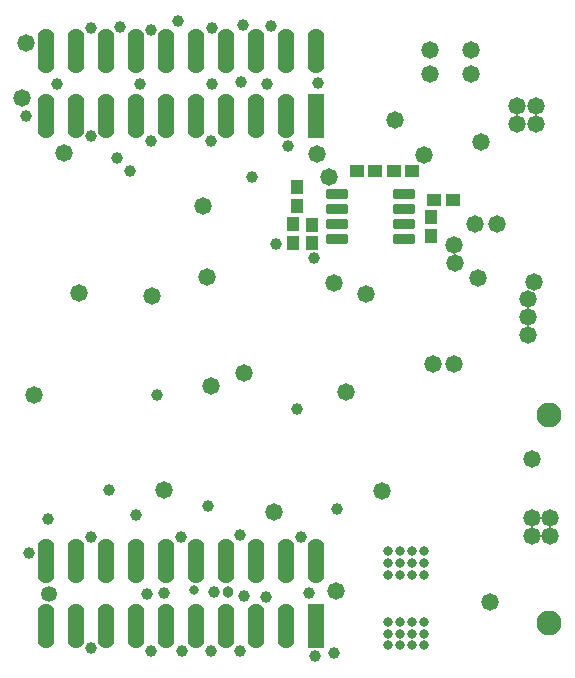
<source format=gbs>
%FSTAX23Y23*%
%MOIN*%
%SFA1B1*%

%IPPOS*%
%AMD73*
4,1,8,0.036500,-0.010900,0.036500,0.010900,0.030600,0.016800,-0.030600,0.016800,-0.036500,0.010900,-0.036500,-0.010900,-0.030600,-0.016800,0.030600,-0.016800,0.036500,-0.010900,0.0*
1,1,0.011843,0.030600,-0.010900*
1,1,0.011843,0.030600,0.010900*
1,1,0.011843,-0.030600,0.010900*
1,1,0.011843,-0.030600,-0.010900*
%
%ADD49R,0.039496X0.045992*%
%ADD51C,0.082803*%
%ADD52C,0.031496*%
%ADD53C,0.039496*%
%ADD54C,0.058000*%
%ADD55C,0.033000*%
%ADD56C,0.038000*%
%ADD57C,0.053000*%
G04~CAMADD=73~8~0.0~0.0~335.9~729.6~59.2~0.0~15~0.0~0.0~0.0~0.0~0~0.0~0.0~0.0~0.0~0~0.0~0.0~0.0~270.0~730.0~336.0*
%ADD73D73*%
%ADD74O,0.055244X0.149732*%
%ADD75R,0.055244X0.149732*%
%ADD76R,0.045992X0.039496*%
%LNmain-1*%
%LPD*%
G54D49*
X01824Y02439D03*
Y02376D03*
X02284Y02463D03*
Y02401D03*
X01835Y02562D03*
Y025D03*
X01887Y02438D03*
Y02376D03*
G54D51*
X02677Y0111D03*
Y01803D03*
G54D52*
X0226Y01271D03*
Y0131D03*
Y0135D03*
Y01114D03*
Y01074D03*
Y01035D03*
X0218Y01114D03*
X02221D03*
X0218Y01074D03*
X02221D03*
X0214Y01114D03*
Y01074D03*
Y01035D03*
X02221D03*
X0218D03*
Y01271D03*
X02221D03*
X0214D03*
Y0131D03*
Y0135D03*
X02221Y0131D03*
X0218D03*
X02221Y0135D03*
X0218D03*
G54D53*
X01149Y02733D03*
X01552Y03093D03*
X01349Y03088D03*
X01314Y02905D03*
X01851Y01397D03*
X00944Y01344D03*
X0155Y02717D03*
X01905Y0291D03*
X0144Y03115D03*
X01767Y02372D03*
X00934Y02799D03*
X01393Y01211D03*
X01658Y01201D03*
X01559Y01213D03*
X01645Y01016D03*
X01549Y01017D03*
X01453Y01016D03*
X01733Y01198D03*
X01646Y01402D03*
X01149Y01026D03*
X01648Y02914D03*
X013Y0147D03*
X0197Y0149D03*
X01835Y01824D03*
X01687Y02597D03*
X01892Y02326D03*
X01875Y0121D03*
X01351Y01016D03*
X0128Y02618D03*
X01236Y0266D03*
X01371Y0187D03*
X01538Y015D03*
X01005Y01455D03*
X0196Y0101D03*
X01895Y01D03*
X01035Y02905D03*
X01349Y02717D03*
X01554Y02908D03*
X01335Y01205D03*
X0145Y01397D03*
X01247Y03096D03*
X01749Y031D03*
X01655Y03104D03*
X01735Y02905D03*
X01805Y027D03*
X01148Y03094D03*
X01148Y01395D03*
X0121Y01552D03*
G54D54*
X01659Y01942D03*
X01942Y02597D03*
X02417Y03019D03*
X0228Y0302D03*
X02417Y0294D03*
X02279D03*
X0176Y0148D03*
X0212Y0155D03*
X0268Y014D03*
X0262D03*
X0268Y0146D03*
X0262D03*
X0155Y019D03*
X02Y0188D03*
X02361Y02371D03*
X0244Y0226D03*
X02065Y02207D03*
X00921Y02859D03*
X00933Y03043D03*
X02164Y02788D03*
X02448Y02714D03*
X02261Y02671D03*
X01958Y02244D03*
X02503Y02441D03*
X02362Y02311D03*
X02431Y02441D03*
X01535Y02263D03*
X0106Y02675D03*
X01966Y01218D03*
X01902Y02674D03*
X01524Y025D03*
X0248Y01181D03*
X02621Y01655D03*
X01109Y0221D03*
X01353Y02199D03*
X00961Y01869D03*
X01392Y01554D03*
X02633Y02774D03*
X0257D03*
Y02833D03*
X02633D03*
X02291Y01972D03*
X02606Y02071D03*
Y0213D03*
X02625Y02248D03*
X02606Y02189D03*
X02358Y01972D03*
G54D55*
X01492Y0122D03*
G54D56*
X01606Y01214D03*
G54D57*
X01011Y01208D03*
G54D73*
X02193Y02541D03*
Y02491D03*
Y02441D03*
Y02391D03*
X0197Y02541D03*
Y02491D03*
Y02441D03*
Y02391D03*
G54D74*
X01Y03018D03*
X011D03*
X012D03*
X013D03*
X014D03*
X015D03*
X016D03*
X017D03*
X018D03*
X019D03*
X01Y028D03*
X011D03*
X012D03*
X013D03*
X014D03*
X015D03*
X016D03*
X017D03*
X018D03*
Y011D03*
X017D03*
X016D03*
X015D03*
X014D03*
X013D03*
X012D03*
X011D03*
X01D03*
X019Y01318D03*
X018D03*
X017D03*
X016D03*
X015D03*
X014D03*
X013D03*
X012D03*
X011D03*
X01D03*
G54D75*
X019Y028D03*
Y011D03*
G54D76*
X02356Y02521D03*
X02293D03*
X02035Y02617D03*
X02097D03*
X0222Y02615D03*
X02158D03*
M02*
</source>
